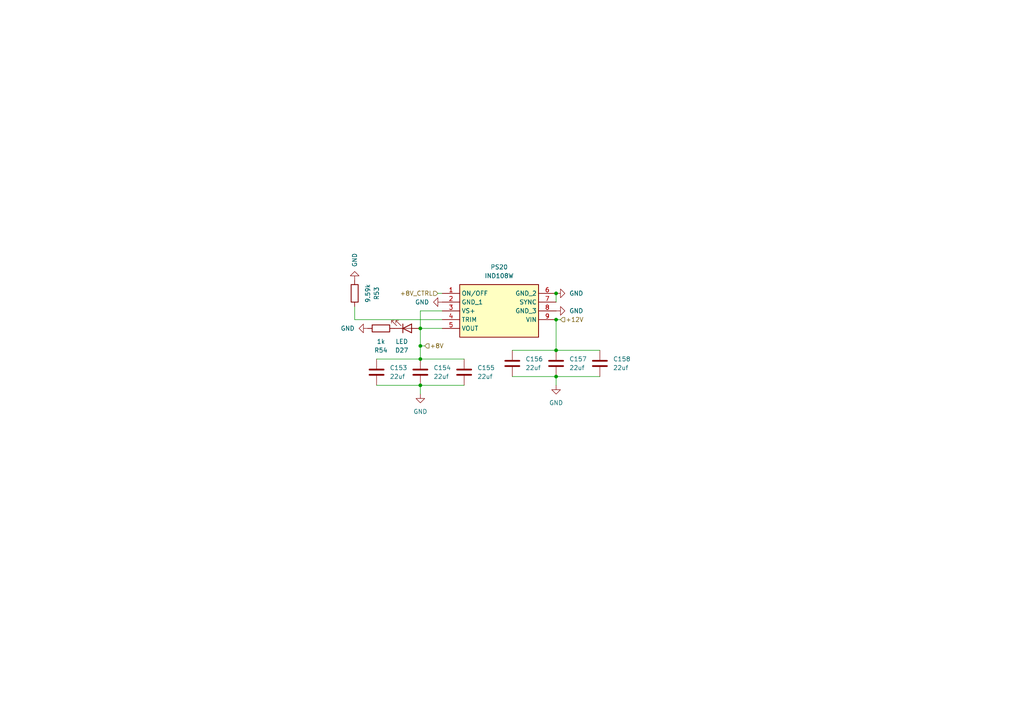
<source format=kicad_sch>
(kicad_sch
	(version 20231120)
	(generator "eeschema")
	(generator_version "8.0")
	(uuid "ae9fc398-c761-4452-a50c-7bf6b27431ba")
	(paper "A4")
	(lib_symbols
		(symbol "BCRL_power_supply:IND108W"
			(exclude_from_sim no)
			(in_bom yes)
			(on_board yes)
			(property "Reference" "PS"
				(at 29.21 7.62 0)
				(effects
					(font
						(size 1.27 1.27)
					)
					(justify left top)
				)
			)
			(property "Value" "IND108W"
				(at 29.21 5.08 0)
				(effects
					(font
						(size 1.27 1.27)
					)
					(justify left top)
				)
			)
			(property "Footprint" "IND108W"
				(at 29.21 -94.92 0)
				(effects
					(font
						(size 1.27 1.27)
					)
					(justify left top)
					(hide yes)
				)
			)
			(property "Datasheet" "https://www.omnionpower.com/assets/pdfs/windchill/data-sheet/ind108w_ds.pdf?nocache=1710831926"
				(at 29.21 -194.92 0)
				(effects
					(font
						(size 1.27 1.27)
					)
					(justify left top)
					(hide yes)
				)
			)
			(property "Description" "Non-Isolated DC/DC Converters 12Vin 3-9V 108W 12A Neg Log SMT 33 mm x 13.46 mm x 10 mm"
				(at 0 0 0)
				(effects
					(font
						(size 1.27 1.27)
					)
					(hide yes)
				)
			)
			(property "Height" "10"
				(at 29.21 -394.92 0)
				(effects
					(font
						(size 1.27 1.27)
					)
					(justify left top)
					(hide yes)
				)
			)
			(property "Manufacturer_Name" "OmniOn Power"
				(at 29.21 -494.92 0)
				(effects
					(font
						(size 1.27 1.27)
					)
					(justify left top)
					(hide yes)
				)
			)
			(property "Manufacturer_Part_Number" "IND108W"
				(at 29.21 -594.92 0)
				(effects
					(font
						(size 1.27 1.27)
					)
					(justify left top)
					(hide yes)
				)
			)
			(property "Mouser Part Number" ""
				(at 29.21 -694.92 0)
				(effects
					(font
						(size 1.27 1.27)
					)
					(justify left top)
					(hide yes)
				)
			)
			(property "Mouser Price/Stock" ""
				(at 29.21 -794.92 0)
				(effects
					(font
						(size 1.27 1.27)
					)
					(justify left top)
					(hide yes)
				)
			)
			(property "Arrow Part Number" ""
				(at 29.21 -894.92 0)
				(effects
					(font
						(size 1.27 1.27)
					)
					(justify left top)
					(hide yes)
				)
			)
			(property "Arrow Price/Stock" ""
				(at 29.21 -994.92 0)
				(effects
					(font
						(size 1.27 1.27)
					)
					(justify left top)
					(hide yes)
				)
			)
			(symbol "IND108W_1_1"
				(rectangle
					(start 5.08 2.54)
					(end 27.94 -12.7)
					(stroke
						(width 0.254)
						(type default)
					)
					(fill
						(type background)
					)
				)
				(pin passive line
					(at 0 0 0)
					(length 5.08)
					(name "ON/OFF"
						(effects
							(font
								(size 1.27 1.27)
							)
						)
					)
					(number "1"
						(effects
							(font
								(size 1.27 1.27)
							)
						)
					)
				)
				(pin passive line
					(at 0 -2.54 0)
					(length 5.08)
					(name "GND_1"
						(effects
							(font
								(size 1.27 1.27)
							)
						)
					)
					(number "2"
						(effects
							(font
								(size 1.27 1.27)
							)
						)
					)
				)
				(pin passive line
					(at 0 -5.08 0)
					(length 5.08)
					(name "VS+"
						(effects
							(font
								(size 1.27 1.27)
							)
						)
					)
					(number "3"
						(effects
							(font
								(size 1.27 1.27)
							)
						)
					)
				)
				(pin passive line
					(at 0 -7.62 0)
					(length 5.08)
					(name "TRIM"
						(effects
							(font
								(size 1.27 1.27)
							)
						)
					)
					(number "4"
						(effects
							(font
								(size 1.27 1.27)
							)
						)
					)
				)
				(pin passive line
					(at 0 -10.16 0)
					(length 5.08)
					(name "VOUT"
						(effects
							(font
								(size 1.27 1.27)
							)
						)
					)
					(number "5"
						(effects
							(font
								(size 1.27 1.27)
							)
						)
					)
				)
				(pin passive line
					(at 33.02 0 180)
					(length 5.08)
					(name "GND_2"
						(effects
							(font
								(size 1.27 1.27)
							)
						)
					)
					(number "6"
						(effects
							(font
								(size 1.27 1.27)
							)
						)
					)
				)
				(pin passive line
					(at 33.02 -2.54 180)
					(length 5.08)
					(name "SYNC"
						(effects
							(font
								(size 1.27 1.27)
							)
						)
					)
					(number "7"
						(effects
							(font
								(size 1.27 1.27)
							)
						)
					)
				)
				(pin passive line
					(at 33.02 -5.08 180)
					(length 5.08)
					(name "GND_3"
						(effects
							(font
								(size 1.27 1.27)
							)
						)
					)
					(number "8"
						(effects
							(font
								(size 1.27 1.27)
							)
						)
					)
				)
				(pin passive line
					(at 33.02 -7.62 180)
					(length 5.08)
					(name "VIN"
						(effects
							(font
								(size 1.27 1.27)
							)
						)
					)
					(number "9"
						(effects
							(font
								(size 1.27 1.27)
							)
						)
					)
				)
			)
		)
		(symbol "Device:C"
			(pin_numbers hide)
			(pin_names
				(offset 0.254)
			)
			(exclude_from_sim no)
			(in_bom yes)
			(on_board yes)
			(property "Reference" "C"
				(at 0.635 2.54 0)
				(effects
					(font
						(size 1.27 1.27)
					)
					(justify left)
				)
			)
			(property "Value" "C"
				(at 0.635 -2.54 0)
				(effects
					(font
						(size 1.27 1.27)
					)
					(justify left)
				)
			)
			(property "Footprint" ""
				(at 0.9652 -3.81 0)
				(effects
					(font
						(size 1.27 1.27)
					)
					(hide yes)
				)
			)
			(property "Datasheet" "~"
				(at 0 0 0)
				(effects
					(font
						(size 1.27 1.27)
					)
					(hide yes)
				)
			)
			(property "Description" "Unpolarized capacitor"
				(at 0 0 0)
				(effects
					(font
						(size 1.27 1.27)
					)
					(hide yes)
				)
			)
			(property "ki_keywords" "cap capacitor"
				(at 0 0 0)
				(effects
					(font
						(size 1.27 1.27)
					)
					(hide yes)
				)
			)
			(property "ki_fp_filters" "C_*"
				(at 0 0 0)
				(effects
					(font
						(size 1.27 1.27)
					)
					(hide yes)
				)
			)
			(symbol "C_0_1"
				(polyline
					(pts
						(xy -2.032 -0.762) (xy 2.032 -0.762)
					)
					(stroke
						(width 0.508)
						(type default)
					)
					(fill
						(type none)
					)
				)
				(polyline
					(pts
						(xy -2.032 0.762) (xy 2.032 0.762)
					)
					(stroke
						(width 0.508)
						(type default)
					)
					(fill
						(type none)
					)
				)
			)
			(symbol "C_1_1"
				(pin passive line
					(at 0 3.81 270)
					(length 2.794)
					(name "~"
						(effects
							(font
								(size 1.27 1.27)
							)
						)
					)
					(number "1"
						(effects
							(font
								(size 1.27 1.27)
							)
						)
					)
				)
				(pin passive line
					(at 0 -3.81 90)
					(length 2.794)
					(name "~"
						(effects
							(font
								(size 1.27 1.27)
							)
						)
					)
					(number "2"
						(effects
							(font
								(size 1.27 1.27)
							)
						)
					)
				)
			)
		)
		(symbol "Device:LED"
			(pin_numbers hide)
			(pin_names
				(offset 1.016) hide)
			(exclude_from_sim no)
			(in_bom yes)
			(on_board yes)
			(property "Reference" "D"
				(at 0 2.54 0)
				(effects
					(font
						(size 1.27 1.27)
					)
				)
			)
			(property "Value" "LED"
				(at 0 -2.54 0)
				(effects
					(font
						(size 1.27 1.27)
					)
				)
			)
			(property "Footprint" ""
				(at 0 0 0)
				(effects
					(font
						(size 1.27 1.27)
					)
					(hide yes)
				)
			)
			(property "Datasheet" "~"
				(at 0 0 0)
				(effects
					(font
						(size 1.27 1.27)
					)
					(hide yes)
				)
			)
			(property "Description" "Light emitting diode"
				(at 0 0 0)
				(effects
					(font
						(size 1.27 1.27)
					)
					(hide yes)
				)
			)
			(property "ki_keywords" "LED diode"
				(at 0 0 0)
				(effects
					(font
						(size 1.27 1.27)
					)
					(hide yes)
				)
			)
			(property "ki_fp_filters" "LED* LED_SMD:* LED_THT:*"
				(at 0 0 0)
				(effects
					(font
						(size 1.27 1.27)
					)
					(hide yes)
				)
			)
			(symbol "LED_0_1"
				(polyline
					(pts
						(xy -1.27 -1.27) (xy -1.27 1.27)
					)
					(stroke
						(width 0.254)
						(type default)
					)
					(fill
						(type none)
					)
				)
				(polyline
					(pts
						(xy -1.27 0) (xy 1.27 0)
					)
					(stroke
						(width 0)
						(type default)
					)
					(fill
						(type none)
					)
				)
				(polyline
					(pts
						(xy 1.27 -1.27) (xy 1.27 1.27) (xy -1.27 0) (xy 1.27 -1.27)
					)
					(stroke
						(width 0.254)
						(type default)
					)
					(fill
						(type none)
					)
				)
				(polyline
					(pts
						(xy -3.048 -0.762) (xy -4.572 -2.286) (xy -3.81 -2.286) (xy -4.572 -2.286) (xy -4.572 -1.524)
					)
					(stroke
						(width 0)
						(type default)
					)
					(fill
						(type none)
					)
				)
				(polyline
					(pts
						(xy -1.778 -0.762) (xy -3.302 -2.286) (xy -2.54 -2.286) (xy -3.302 -2.286) (xy -3.302 -1.524)
					)
					(stroke
						(width 0)
						(type default)
					)
					(fill
						(type none)
					)
				)
			)
			(symbol "LED_1_1"
				(pin passive line
					(at -3.81 0 0)
					(length 2.54)
					(name "K"
						(effects
							(font
								(size 1.27 1.27)
							)
						)
					)
					(number "1"
						(effects
							(font
								(size 1.27 1.27)
							)
						)
					)
				)
				(pin passive line
					(at 3.81 0 180)
					(length 2.54)
					(name "A"
						(effects
							(font
								(size 1.27 1.27)
							)
						)
					)
					(number "2"
						(effects
							(font
								(size 1.27 1.27)
							)
						)
					)
				)
			)
		)
		(symbol "Device:R"
			(pin_numbers hide)
			(pin_names
				(offset 0)
			)
			(exclude_from_sim no)
			(in_bom yes)
			(on_board yes)
			(property "Reference" "R"
				(at 2.032 0 90)
				(effects
					(font
						(size 1.27 1.27)
					)
				)
			)
			(property "Value" "R"
				(at 0 0 90)
				(effects
					(font
						(size 1.27 1.27)
					)
				)
			)
			(property "Footprint" ""
				(at -1.778 0 90)
				(effects
					(font
						(size 1.27 1.27)
					)
					(hide yes)
				)
			)
			(property "Datasheet" "~"
				(at 0 0 0)
				(effects
					(font
						(size 1.27 1.27)
					)
					(hide yes)
				)
			)
			(property "Description" "Resistor"
				(at 0 0 0)
				(effects
					(font
						(size 1.27 1.27)
					)
					(hide yes)
				)
			)
			(property "ki_keywords" "R res resistor"
				(at 0 0 0)
				(effects
					(font
						(size 1.27 1.27)
					)
					(hide yes)
				)
			)
			(property "ki_fp_filters" "R_*"
				(at 0 0 0)
				(effects
					(font
						(size 1.27 1.27)
					)
					(hide yes)
				)
			)
			(symbol "R_0_1"
				(rectangle
					(start -1.016 -2.54)
					(end 1.016 2.54)
					(stroke
						(width 0.254)
						(type default)
					)
					(fill
						(type none)
					)
				)
			)
			(symbol "R_1_1"
				(pin passive line
					(at 0 3.81 270)
					(length 1.27)
					(name "~"
						(effects
							(font
								(size 1.27 1.27)
							)
						)
					)
					(number "1"
						(effects
							(font
								(size 1.27 1.27)
							)
						)
					)
				)
				(pin passive line
					(at 0 -3.81 90)
					(length 1.27)
					(name "~"
						(effects
							(font
								(size 1.27 1.27)
							)
						)
					)
					(number "2"
						(effects
							(font
								(size 1.27 1.27)
							)
						)
					)
				)
			)
		)
		(symbol "power:GND"
			(power)
			(pin_names
				(offset 0)
			)
			(exclude_from_sim no)
			(in_bom yes)
			(on_board yes)
			(property "Reference" "#PWR"
				(at 0 -6.35 0)
				(effects
					(font
						(size 1.27 1.27)
					)
					(hide yes)
				)
			)
			(property "Value" "GND"
				(at 0 -3.81 0)
				(effects
					(font
						(size 1.27 1.27)
					)
				)
			)
			(property "Footprint" ""
				(at 0 0 0)
				(effects
					(font
						(size 1.27 1.27)
					)
					(hide yes)
				)
			)
			(property "Datasheet" ""
				(at 0 0 0)
				(effects
					(font
						(size 1.27 1.27)
					)
					(hide yes)
				)
			)
			(property "Description" "Power symbol creates a global label with name \"GND\" , ground"
				(at 0 0 0)
				(effects
					(font
						(size 1.27 1.27)
					)
					(hide yes)
				)
			)
			(property "ki_keywords" "global power"
				(at 0 0 0)
				(effects
					(font
						(size 1.27 1.27)
					)
					(hide yes)
				)
			)
			(symbol "GND_0_1"
				(polyline
					(pts
						(xy 0 0) (xy 0 -1.27) (xy 1.27 -1.27) (xy 0 -2.54) (xy -1.27 -1.27) (xy 0 -1.27)
					)
					(stroke
						(width 0)
						(type default)
					)
					(fill
						(type none)
					)
				)
			)
			(symbol "GND_1_1"
				(pin power_in line
					(at 0 0 270)
					(length 0) hide
					(name "GND"
						(effects
							(font
								(size 1.27 1.27)
							)
						)
					)
					(number "1"
						(effects
							(font
								(size 1.27 1.27)
							)
						)
					)
				)
			)
		)
	)
	(junction
		(at 121.92 95.25)
		(diameter 0)
		(color 0 0 0 0)
		(uuid "0c6a5a0f-f05f-4813-bae9-48dd6327801f")
	)
	(junction
		(at 161.29 101.6)
		(diameter 0)
		(color 0 0 0 0)
		(uuid "32cf0716-934b-453c-9209-25d60fa36310")
	)
	(junction
		(at 161.29 92.71)
		(diameter 0)
		(color 0 0 0 0)
		(uuid "3f8d53ed-1624-4842-b3bd-2e3ba329527e")
	)
	(junction
		(at 161.29 85.09)
		(diameter 0)
		(color 0 0 0 0)
		(uuid "444418b7-99fd-47d2-9bd7-dba7fdd6729c")
	)
	(junction
		(at 121.92 104.14)
		(diameter 0)
		(color 0 0 0 0)
		(uuid "6a283d0b-b1e2-47a8-babb-e64ef0c8413a")
	)
	(junction
		(at 121.92 100.33)
		(diameter 0)
		(color 0 0 0 0)
		(uuid "8d580f44-b87a-45de-b6c9-1675d4b68c61")
	)
	(junction
		(at 121.92 111.76)
		(diameter 0)
		(color 0 0 0 0)
		(uuid "9578b46f-dbd0-42c3-836e-c3dff17f5ef8")
	)
	(junction
		(at 161.29 109.22)
		(diameter 0)
		(color 0 0 0 0)
		(uuid "f7a8aab1-e40d-4c8d-ac46-be8e50a45478")
	)
	(wire
		(pts
			(xy 121.92 95.25) (xy 121.92 100.33)
		)
		(stroke
			(width 0)
			(type default)
		)
		(uuid "05ab3023-d640-4ffe-9253-a75da737cab7")
	)
	(wire
		(pts
			(xy 123.19 100.33) (xy 121.92 100.33)
		)
		(stroke
			(width 0)
			(type default)
		)
		(uuid "11ea6a3d-78ae-435a-be17-2fe92fa64570")
	)
	(wire
		(pts
			(xy 161.29 109.22) (xy 161.29 111.76)
		)
		(stroke
			(width 0)
			(type default)
		)
		(uuid "1471b3e5-77fe-42df-8ac0-e61949b28ce4")
	)
	(wire
		(pts
			(xy 161.29 85.09) (xy 161.29 87.63)
		)
		(stroke
			(width 0)
			(type default)
		)
		(uuid "1d95714e-0bc4-4c3d-b507-42c2f6e1b6e5")
	)
	(wire
		(pts
			(xy 161.29 109.22) (xy 173.99 109.22)
		)
		(stroke
			(width 0)
			(type default)
		)
		(uuid "36414445-12bb-4b5d-aed4-ff1b0d5efd93")
	)
	(wire
		(pts
			(xy 161.29 101.6) (xy 173.99 101.6)
		)
		(stroke
			(width 0)
			(type default)
		)
		(uuid "3a5776a3-46db-467d-b037-8234b149df1c")
	)
	(wire
		(pts
			(xy 161.29 92.71) (xy 162.56 92.71)
		)
		(stroke
			(width 0)
			(type default)
		)
		(uuid "3c53d118-6288-46f4-aa02-9463eec83ad1")
	)
	(wire
		(pts
			(xy 109.22 104.14) (xy 121.92 104.14)
		)
		(stroke
			(width 0)
			(type default)
		)
		(uuid "44e67692-6a2f-4f44-af47-a6f5dac19a2a")
	)
	(wire
		(pts
			(xy 121.92 111.76) (xy 134.62 111.76)
		)
		(stroke
			(width 0)
			(type default)
		)
		(uuid "5f29e92a-33de-4a1a-9ab0-7e0088fa1b9f")
	)
	(wire
		(pts
			(xy 121.92 111.76) (xy 121.92 114.3)
		)
		(stroke
			(width 0)
			(type default)
		)
		(uuid "6b5ab5df-a741-4f61-8ba3-98a6990c9ddd")
	)
	(wire
		(pts
			(xy 121.92 104.14) (xy 134.62 104.14)
		)
		(stroke
			(width 0)
			(type default)
		)
		(uuid "709c2ce4-1304-4e5d-9da3-ed7d3c7aca57")
	)
	(wire
		(pts
			(xy 102.87 92.71) (xy 128.27 92.71)
		)
		(stroke
			(width 0)
			(type default)
		)
		(uuid "70dfc4cf-2c79-4e69-86c6-8011627c24a0")
	)
	(wire
		(pts
			(xy 102.87 88.9) (xy 102.87 92.71)
		)
		(stroke
			(width 0)
			(type default)
		)
		(uuid "aee08c38-def1-4b09-b2ef-45d059e4f209")
	)
	(wire
		(pts
			(xy 127 85.09) (xy 128.27 85.09)
		)
		(stroke
			(width 0)
			(type default)
		)
		(uuid "b207ecc2-f801-4b60-b338-e96c4c7d7659")
	)
	(wire
		(pts
			(xy 161.29 92.71) (xy 161.29 101.6)
		)
		(stroke
			(width 0)
			(type default)
		)
		(uuid "b37b2321-70f4-4a2d-8be7-adbad0c9415a")
	)
	(wire
		(pts
			(xy 128.27 90.17) (xy 121.92 90.17)
		)
		(stroke
			(width 0)
			(type default)
		)
		(uuid "b7d71177-6d03-45be-a219-281cbcfb0562")
	)
	(wire
		(pts
			(xy 109.22 111.76) (xy 121.92 111.76)
		)
		(stroke
			(width 0)
			(type default)
		)
		(uuid "d87022c7-19f8-4e57-88b0-c27dafd3925d")
	)
	(wire
		(pts
			(xy 121.92 90.17) (xy 121.92 95.25)
		)
		(stroke
			(width 0)
			(type default)
		)
		(uuid "dd5402a7-b4a3-461d-8144-577236566710")
	)
	(wire
		(pts
			(xy 148.59 101.6) (xy 161.29 101.6)
		)
		(stroke
			(width 0)
			(type default)
		)
		(uuid "e0bdede0-ce34-4429-8de9-fa809a7d4509")
	)
	(wire
		(pts
			(xy 121.92 95.25) (xy 128.27 95.25)
		)
		(stroke
			(width 0)
			(type default)
		)
		(uuid "e6988a20-8a07-41d0-8146-b68a68b72e31")
	)
	(wire
		(pts
			(xy 148.59 109.22) (xy 161.29 109.22)
		)
		(stroke
			(width 0)
			(type default)
		)
		(uuid "f6f70ff5-358b-4959-b0fa-de387992afc8")
	)
	(wire
		(pts
			(xy 121.92 100.33) (xy 121.92 104.14)
		)
		(stroke
			(width 0)
			(type default)
		)
		(uuid "f93cce1a-fed4-4751-9ae3-4ea1dc1be730")
	)
	(hierarchical_label "+12V"
		(shape input)
		(at 162.56 92.71 0)
		(fields_autoplaced yes)
		(effects
			(font
				(size 1.27 1.27)
			)
			(justify left)
		)
		(uuid "1d1c6a97-270b-4c6f-affd-42b3f9ce8b26")
	)
	(hierarchical_label "+8V"
		(shape input)
		(at 123.19 100.33 0)
		(fields_autoplaced yes)
		(effects
			(font
				(size 1.27 1.27)
			)
			(justify left)
		)
		(uuid "34cb273f-e547-4f0c-ac2d-414374bebc70")
	)
	(hierarchical_label "+8V_CTRL"
		(shape input)
		(at 127 85.09 180)
		(fields_autoplaced yes)
		(effects
			(font
				(size 1.27 1.27)
			)
			(justify right)
		)
		(uuid "a418d199-8d3c-497e-b301-b8eb054aa9d2")
	)
	(symbol
		(lib_id "Device:C")
		(at 121.92 107.95 0)
		(unit 1)
		(exclude_from_sim no)
		(in_bom yes)
		(on_board yes)
		(dnp no)
		(fields_autoplaced yes)
		(uuid "00101963-f79c-42fd-bc38-0c2af8cbca3c")
		(property "Reference" "C154"
			(at 125.73 106.6799 0)
			(effects
				(font
					(size 1.27 1.27)
				)
				(justify left)
			)
		)
		(property "Value" "22uf"
			(at 125.73 109.2199 0)
			(effects
				(font
					(size 1.27 1.27)
				)
				(justify left)
			)
		)
		(property "Footprint" "Capacitor_SMD:C_0603_1608Metric"
			(at 122.8852 111.76 0)
			(effects
				(font
					(size 1.27 1.27)
				)
				(hide yes)
			)
		)
		(property "Datasheet" "~"
			(at 121.92 107.95 0)
			(effects
				(font
					(size 1.27 1.27)
				)
				(hide yes)
			)
		)
		(property "Description" ""
			(at 121.92 107.95 0)
			(effects
				(font
					(size 1.27 1.27)
				)
				(hide yes)
			)
		)
		(property "LCSC" ""
			(at 121.92 107.95 0)
			(effects
				(font
					(size 1.27 1.27)
				)
				(hide yes)
			)
		)
		(property "SNAPEDA_PN" ""
			(at 121.92 107.95 0)
			(effects
				(font
					(size 1.27 1.27)
				)
				(hide yes)
			)
		)
		(pin "1"
			(uuid "21ca67bf-8f32-4a66-8b81-d7ad31fd1aec")
		)
		(pin "2"
			(uuid "5d52d5c5-a6f2-44c2-8df3-f259ee398943")
		)
		(instances
			(project "bcrl_power_supply"
				(path "/77f0f57c-9586-4625-9281-fa8cbd8015db/94fee228-5462-46f6-ad6c-1e47c0f1b343/c07688cf-de25-4d49-bd75-d6af61374a07"
					(reference "C154")
					(unit 1)
				)
				(path "/77f0f57c-9586-4625-9281-fa8cbd8015db/94fee228-5462-46f6-ad6c-1e47c0f1b343/db6c32bf-58d8-4a18-acc2-3e047a745caa"
					(reference "C8")
					(unit 1)
				)
				(path "/77f0f57c-9586-4625-9281-fa8cbd8015db/94fee228-5462-46f6-ad6c-1e47c0f1b343/d6620691-1609-4ee8-9c2e-7d011fc7c1c7"
					(reference "C14")
					(unit 1)
				)
				(path "/77f0f57c-9586-4625-9281-fa8cbd8015db/94fee228-5462-46f6-ad6c-1e47c0f1b343/35735652-41f9-40c2-999e-f40531ec697d"
					(reference "C20")
					(unit 1)
				)
				(path "/77f0f57c-9586-4625-9281-fa8cbd8015db/86d69f20-72a8-480c-899a-1cc522974f16/2307144c-2371-467e-ae9f-d6e6fb6efd6e"
					(reference "C26")
					(unit 1)
				)
				(path "/77f0f57c-9586-4625-9281-fa8cbd8015db/86d69f20-72a8-480c-899a-1cc522974f16/3654604d-c4fd-4fa0-8e17-f710bb28f6f5"
					(reference "C32")
					(unit 1)
				)
				(path "/77f0f57c-9586-4625-9281-fa8cbd8015db/86d69f20-72a8-480c-899a-1cc522974f16/a60a981a-79ab-4865-afeb-9bc8b41f32c6"
					(reference "C38")
					(unit 1)
				)
				(path "/77f0f57c-9586-4625-9281-fa8cbd8015db/86d69f20-72a8-480c-899a-1cc522974f16/d0c539f4-7425-4a31-a7a5-2a043c663edc"
					(reference "C146")
					(unit 1)
				)
			)
		)
	)
	(symbol
		(lib_id "Device:C")
		(at 134.62 107.95 0)
		(unit 1)
		(exclude_from_sim no)
		(in_bom yes)
		(on_board yes)
		(dnp no)
		(fields_autoplaced yes)
		(uuid "07fc0b65-bcd5-480f-915b-157a0b176f60")
		(property "Reference" "C155"
			(at 138.43 106.6799 0)
			(effects
				(font
					(size 1.27 1.27)
				)
				(justify left)
			)
		)
		(property "Value" "22uf"
			(at 138.43 109.2199 0)
			(effects
				(font
					(size 1.27 1.27)
				)
				(justify left)
			)
		)
		(property "Footprint" "Capacitor_SMD:C_0603_1608Metric"
			(at 135.5852 111.76 0)
			(effects
				(font
					(size 1.27 1.27)
				)
				(hide yes)
			)
		)
		(property "Datasheet" "~"
			(at 134.62 107.95 0)
			(effects
				(font
					(size 1.27 1.27)
				)
				(hide yes)
			)
		)
		(property "Description" ""
			(at 134.62 107.95 0)
			(effects
				(font
					(size 1.27 1.27)
				)
				(hide yes)
			)
		)
		(property "LCSC" ""
			(at 134.62 107.95 0)
			(effects
				(font
					(size 1.27 1.27)
				)
				(hide yes)
			)
		)
		(property "SNAPEDA_PN" ""
			(at 134.62 107.95 0)
			(effects
				(font
					(size 1.27 1.27)
				)
				(hide yes)
			)
		)
		(pin "1"
			(uuid "94c570d1-cc8f-4836-a643-ec418fdc23b7")
		)
		(pin "2"
			(uuid "9eb60242-81f9-4229-b588-8c07c6fac1d5")
		)
		(instances
			(project "bcrl_power_supply"
				(path "/77f0f57c-9586-4625-9281-fa8cbd8015db/94fee228-5462-46f6-ad6c-1e47c0f1b343/c07688cf-de25-4d49-bd75-d6af61374a07"
					(reference "C155")
					(unit 1)
				)
				(path "/77f0f57c-9586-4625-9281-fa8cbd8015db/94fee228-5462-46f6-ad6c-1e47c0f1b343/db6c32bf-58d8-4a18-acc2-3e047a745caa"
					(reference "C9")
					(unit 1)
				)
				(path "/77f0f57c-9586-4625-9281-fa8cbd8015db/94fee228-5462-46f6-ad6c-1e47c0f1b343/d6620691-1609-4ee8-9c2e-7d011fc7c1c7"
					(reference "C15")
					(unit 1)
				)
				(path "/77f0f57c-9586-4625-9281-fa8cbd8015db/94fee228-5462-46f6-ad6c-1e47c0f1b343/35735652-41f9-40c2-999e-f40531ec697d"
					(reference "C21")
					(unit 1)
				)
				(path "/77f0f57c-9586-4625-9281-fa8cbd8015db/86d69f20-72a8-480c-899a-1cc522974f16/2307144c-2371-467e-ae9f-d6e6fb6efd6e"
					(reference "C27")
					(unit 1)
				)
				(path "/77f0f57c-9586-4625-9281-fa8cbd8015db/86d69f20-72a8-480c-899a-1cc522974f16/3654604d-c4fd-4fa0-8e17-f710bb28f6f5"
					(reference "C33")
					(unit 1)
				)
				(path "/77f0f57c-9586-4625-9281-fa8cbd8015db/86d69f20-72a8-480c-899a-1cc522974f16/a60a981a-79ab-4865-afeb-9bc8b41f32c6"
					(reference "C141")
					(unit 1)
				)
				(path "/77f0f57c-9586-4625-9281-fa8cbd8015db/86d69f20-72a8-480c-899a-1cc522974f16/d0c539f4-7425-4a31-a7a5-2a043c663edc"
					(reference "C147")
					(unit 1)
				)
			)
		)
	)
	(symbol
		(lib_id "Device:R")
		(at 110.49 95.25 90)
		(mirror x)
		(unit 1)
		(exclude_from_sim no)
		(in_bom yes)
		(on_board yes)
		(dnp no)
		(fields_autoplaced yes)
		(uuid "1df330d7-9faf-4e62-a38c-3eb3471bed47")
		(property "Reference" "R54"
			(at 110.49 101.6 90)
			(effects
				(font
					(size 1.27 1.27)
				)
			)
		)
		(property "Value" "1k"
			(at 110.49 99.06 90)
			(effects
				(font
					(size 1.27 1.27)
				)
			)
		)
		(property "Footprint" "Resistor_SMD:R_0603_1608Metric"
			(at 110.49 93.472 90)
			(effects
				(font
					(size 1.27 1.27)
				)
				(hide yes)
			)
		)
		(property "Datasheet" "~"
			(at 110.49 95.25 0)
			(effects
				(font
					(size 1.27 1.27)
				)
				(hide yes)
			)
		)
		(property "Description" ""
			(at 110.49 95.25 0)
			(effects
				(font
					(size 1.27 1.27)
				)
				(hide yes)
			)
		)
		(property "LCSC" ""
			(at 110.49 95.25 0)
			(effects
				(font
					(size 1.27 1.27)
				)
				(hide yes)
			)
		)
		(property "SNAPEDA_PN" ""
			(at 110.49 95.25 0)
			(effects
				(font
					(size 1.27 1.27)
				)
				(hide yes)
			)
		)
		(pin "1"
			(uuid "b44801ed-1c20-4a48-94d3-2ec189b325c1")
		)
		(pin "2"
			(uuid "2ac10c91-4d47-4b6e-93e3-255453a66cee")
		)
		(instances
			(project "bcrl_power_supply"
				(path "/77f0f57c-9586-4625-9281-fa8cbd8015db/94fee228-5462-46f6-ad6c-1e47c0f1b343/c07688cf-de25-4d49-bd75-d6af61374a07"
					(reference "R54")
					(unit 1)
				)
				(path "/77f0f57c-9586-4625-9281-fa8cbd8015db/94fee228-5462-46f6-ad6c-1e47c0f1b343/db6c32bf-58d8-4a18-acc2-3e047a745caa"
					(reference "R15")
					(unit 1)
				)
				(path "/77f0f57c-9586-4625-9281-fa8cbd8015db/94fee228-5462-46f6-ad6c-1e47c0f1b343/d6620691-1609-4ee8-9c2e-7d011fc7c1c7"
					(reference "R17")
					(unit 1)
				)
				(path "/77f0f57c-9586-4625-9281-fa8cbd8015db/94fee228-5462-46f6-ad6c-1e47c0f1b343/35735652-41f9-40c2-999e-f40531ec697d"
					(reference "R50")
					(unit 1)
				)
				(path "/77f0f57c-9586-4625-9281-fa8cbd8015db/86d69f20-72a8-480c-899a-1cc522974f16/2307144c-2371-467e-ae9f-d6e6fb6efd6e"
					(reference "R52")
					(unit 1)
				)
				(path "/77f0f57c-9586-4625-9281-fa8cbd8015db/86d69f20-72a8-480c-899a-1cc522974f16/3654604d-c4fd-4fa0-8e17-f710bb28f6f5"
					(reference "R60")
					(unit 1)
				)
				(path "/77f0f57c-9586-4625-9281-fa8cbd8015db/86d69f20-72a8-480c-899a-1cc522974f16/a60a981a-79ab-4865-afeb-9bc8b41f32c6"
					(reference "R64")
					(unit 1)
				)
				(path "/77f0f57c-9586-4625-9281-fa8cbd8015db/86d69f20-72a8-480c-899a-1cc522974f16/d0c539f4-7425-4a31-a7a5-2a043c663edc"
					(reference "R66")
					(unit 1)
				)
			)
		)
	)
	(symbol
		(lib_id "BCRL_power_supply:IND108W")
		(at 128.27 85.09 0)
		(unit 1)
		(exclude_from_sim no)
		(in_bom yes)
		(on_board yes)
		(dnp no)
		(fields_autoplaced yes)
		(uuid "38342f5c-04f0-4ba0-a3d8-23747c4844bf")
		(property "Reference" "PS20"
			(at 144.78 77.47 0)
			(effects
				(font
					(size 1.27 1.27)
				)
			)
		)
		(property "Value" "IND108W"
			(at 144.78 80.01 0)
			(effects
				(font
					(size 1.27 1.27)
				)
			)
		)
		(property "Footprint" "IND108W"
			(at 157.48 180.01 0)
			(effects
				(font
					(size 1.27 1.27)
				)
				(justify left top)
				(hide yes)
			)
		)
		(property "Datasheet" "https://www.omnionpower.com/assets/pdfs/windchill/data-sheet/ind108w_ds.pdf?nocache=1710831926"
			(at 157.48 280.01 0)
			(effects
				(font
					(size 1.27 1.27)
				)
				(justify left top)
				(hide yes)
			)
		)
		(property "Description" "Non-Isolated DC/DC Converters 12Vin 3-9V 108W 12A Neg Log SMT 33 mm x 13.46 mm x 10 mm"
			(at 128.27 85.09 0)
			(effects
				(font
					(size 1.27 1.27)
				)
				(hide yes)
			)
		)
		(property "Height" "10"
			(at 157.48 480.01 0)
			(effects
				(font
					(size 1.27 1.27)
				)
				(justify left top)
				(hide yes)
			)
		)
		(property "Manufacturer_Name" "OmniOn Power"
			(at 157.48 580.01 0)
			(effects
				(font
					(size 1.27 1.27)
				)
				(justify left top)
				(hide yes)
			)
		)
		(property "Manufacturer_Part_Number" "IND108W"
			(at 157.48 680.01 0)
			(effects
				(font
					(size 1.27 1.27)
				)
				(justify left top)
				(hide yes)
			)
		)
		(property "Mouser Part Number" ""
			(at 157.48 780.01 0)
			(effects
				(font
					(size 1.27 1.27)
				)
				(justify left top)
				(hide yes)
			)
		)
		(property "Mouser Price/Stock" ""
			(at 157.48 880.01 0)
			(effects
				(font
					(size 1.27 1.27)
				)
				(justify left top)
				(hide yes)
			)
		)
		(property "Arrow Part Number" ""
			(at 157.48 980.01 0)
			(effects
				(font
					(size 1.27 1.27)
				)
				(justify left top)
				(hide yes)
			)
		)
		(property "Arrow Price/Stock" ""
			(at 157.48 1080.01 0)
			(effects
				(font
					(size 1.27 1.27)
				)
				(justify left top)
				(hide yes)
			)
		)
		(property "SNAPEDA_PN" ""
			(at 128.27 85.09 0)
			(effects
				(font
					(size 1.27 1.27)
				)
				(hide yes)
			)
		)
		(pin "5"
			(uuid "7e9d7136-1272-41cf-8f2d-08d9c66db8cd")
		)
		(pin "3"
			(uuid "aaf5d4eb-be2a-4a01-9be7-5d2e9fbd93fd")
		)
		(pin "8"
			(uuid "848927cb-0c4f-41d4-af56-4bf5f43a6387")
		)
		(pin "2"
			(uuid "d7304e45-9734-44e7-ab48-99d15d3ad774")
		)
		(pin "7"
			(uuid "24d9a765-5751-48c7-828e-a98a797693a8")
		)
		(pin "6"
			(uuid "c276f551-3bf4-4d71-bb6d-f28871919d8a")
		)
		(pin "4"
			(uuid "de1611dc-d812-4cd4-8c75-b55da90ca1e2")
		)
		(pin "9"
			(uuid "8e7c52e5-07ac-445d-82b5-6ef1d2ed9aec")
		)
		(pin "1"
			(uuid "9fdacbab-a697-4dd6-b86c-cdd416e96ca8")
		)
		(instances
			(project "bcrl_power_supply"
				(path "/77f0f57c-9586-4625-9281-fa8cbd8015db/94fee228-5462-46f6-ad6c-1e47c0f1b343/c07688cf-de25-4d49-bd75-d6af61374a07"
					(reference "PS20")
					(unit 1)
				)
				(path "/77f0f57c-9586-4625-9281-fa8cbd8015db/94fee228-5462-46f6-ad6c-1e47c0f1b343/db6c32bf-58d8-4a18-acc2-3e047a745caa"
					(reference "PS1")
					(unit 1)
				)
				(path "/77f0f57c-9586-4625-9281-fa8cbd8015db/94fee228-5462-46f6-ad6c-1e47c0f1b343/d6620691-1609-4ee8-9c2e-7d011fc7c1c7"
					(reference "PS2")
					(unit 1)
				)
				(path "/77f0f57c-9586-4625-9281-fa8cbd8015db/94fee228-5462-46f6-ad6c-1e47c0f1b343/35735652-41f9-40c2-999e-f40531ec697d"
					(reference "PS3")
					(unit 1)
				)
				(path "/77f0f57c-9586-4625-9281-fa8cbd8015db/86d69f20-72a8-480c-899a-1cc522974f16/2307144c-2371-467e-ae9f-d6e6fb6efd6e"
					(reference "PS4")
					(unit 1)
				)
				(path "/77f0f57c-9586-4625-9281-fa8cbd8015db/86d69f20-72a8-480c-899a-1cc522974f16/3654604d-c4fd-4fa0-8e17-f710bb28f6f5"
					(reference "PS18")
					(unit 1)
				)
				(path "/77f0f57c-9586-4625-9281-fa8cbd8015db/86d69f20-72a8-480c-899a-1cc522974f16/a60a981a-79ab-4865-afeb-9bc8b41f32c6"
					(reference "PS19")
					(unit 1)
				)
				(path "/77f0f57c-9586-4625-9281-fa8cbd8015db/86d69f20-72a8-480c-899a-1cc522974f16/d0c539f4-7425-4a31-a7a5-2a043c663edc"
					(reference "PS21")
					(unit 1)
				)
			)
		)
	)
	(symbol
		(lib_id "Device:C")
		(at 161.29 105.41 0)
		(unit 1)
		(exclude_from_sim no)
		(in_bom yes)
		(on_board yes)
		(dnp no)
		(fields_autoplaced yes)
		(uuid "3a690113-2a2e-4e9f-84f1-537c175e3bd4")
		(property "Reference" "C157"
			(at 165.1 104.1399 0)
			(effects
				(font
					(size 1.27 1.27)
				)
				(justify left)
			)
		)
		(property "Value" "22uf"
			(at 165.1 106.6799 0)
			(effects
				(font
					(size 1.27 1.27)
				)
				(justify left)
			)
		)
		(property "Footprint" "Capacitor_SMD:C_0603_1608Metric"
			(at 162.2552 109.22 0)
			(effects
				(font
					(size 1.27 1.27)
				)
				(hide yes)
			)
		)
		(property "Datasheet" "~"
			(at 161.29 105.41 0)
			(effects
				(font
					(size 1.27 1.27)
				)
				(hide yes)
			)
		)
		(property "Description" ""
			(at 161.29 105.41 0)
			(effects
				(font
					(size 1.27 1.27)
				)
				(hide yes)
			)
		)
		(property "LCSC" ""
			(at 161.29 105.41 0)
			(effects
				(font
					(size 1.27 1.27)
				)
				(hide yes)
			)
		)
		(property "SNAPEDA_PN" ""
			(at 161.29 105.41 0)
			(effects
				(font
					(size 1.27 1.27)
				)
				(hide yes)
			)
		)
		(pin "1"
			(uuid "0b667556-c7a5-4fd1-9b6f-969a75817d83")
		)
		(pin "2"
			(uuid "b8e72c36-f0db-434c-8f29-841ba94f88df")
		)
		(instances
			(project "bcrl_power_supply"
				(path "/77f0f57c-9586-4625-9281-fa8cbd8015db/94fee228-5462-46f6-ad6c-1e47c0f1b343/c07688cf-de25-4d49-bd75-d6af61374a07"
					(reference "C157")
					(unit 1)
				)
				(path "/77f0f57c-9586-4625-9281-fa8cbd8015db/94fee228-5462-46f6-ad6c-1e47c0f1b343/db6c32bf-58d8-4a18-acc2-3e047a745caa"
					(reference "C11")
					(unit 1)
				)
				(path "/77f0f57c-9586-4625-9281-fa8cbd8015db/94fee228-5462-46f6-ad6c-1e47c0f1b343/d6620691-1609-4ee8-9c2e-7d011fc7c1c7"
					(reference "C17")
					(unit 1)
				)
				(path "/77f0f57c-9586-4625-9281-fa8cbd8015db/94fee228-5462-46f6-ad6c-1e47c0f1b343/35735652-41f9-40c2-999e-f40531ec697d"
					(reference "C23")
					(unit 1)
				)
				(path "/77f0f57c-9586-4625-9281-fa8cbd8015db/86d69f20-72a8-480c-899a-1cc522974f16/2307144c-2371-467e-ae9f-d6e6fb6efd6e"
					(reference "C29")
					(unit 1)
				)
				(path "/77f0f57c-9586-4625-9281-fa8cbd8015db/86d69f20-72a8-480c-899a-1cc522974f16/3654604d-c4fd-4fa0-8e17-f710bb28f6f5"
					(reference "C35")
					(unit 1)
				)
				(path "/77f0f57c-9586-4625-9281-fa8cbd8015db/86d69f20-72a8-480c-899a-1cc522974f16/a60a981a-79ab-4865-afeb-9bc8b41f32c6"
					(reference "C143")
					(unit 1)
				)
				(path "/77f0f57c-9586-4625-9281-fa8cbd8015db/86d69f20-72a8-480c-899a-1cc522974f16/d0c539f4-7425-4a31-a7a5-2a043c663edc"
					(reference "C149")
					(unit 1)
				)
			)
		)
	)
	(symbol
		(lib_id "power:GND")
		(at 121.92 114.3 0)
		(mirror y)
		(unit 1)
		(exclude_from_sim no)
		(in_bom yes)
		(on_board yes)
		(dnp no)
		(fields_autoplaced yes)
		(uuid "4e4a4610-cab8-4db7-9c1a-b23b1b9c52f6")
		(property "Reference" "#PWR0285"
			(at 121.92 120.65 0)
			(effects
				(font
					(size 1.27 1.27)
				)
				(hide yes)
			)
		)
		(property "Value" "GND"
			(at 121.92 119.38 0)
			(effects
				(font
					(size 1.27 1.27)
				)
			)
		)
		(property "Footprint" ""
			(at 121.92 114.3 0)
			(effects
				(font
					(size 1.27 1.27)
				)
				(hide yes)
			)
		)
		(property "Datasheet" ""
			(at 121.92 114.3 0)
			(effects
				(font
					(size 1.27 1.27)
				)
				(hide yes)
			)
		)
		(property "Description" ""
			(at 121.92 114.3 0)
			(effects
				(font
					(size 1.27 1.27)
				)
				(hide yes)
			)
		)
		(pin "1"
			(uuid "05b18b97-4290-4d23-8c5d-9e333138bb0c")
		)
		(instances
			(project "bcrl_power_supply"
				(path "/77f0f57c-9586-4625-9281-fa8cbd8015db/94fee228-5462-46f6-ad6c-1e47c0f1b343/c07688cf-de25-4d49-bd75-d6af61374a07"
					(reference "#PWR0285")
					(unit 1)
				)
				(path "/77f0f57c-9586-4625-9281-fa8cbd8015db/94fee228-5462-46f6-ad6c-1e47c0f1b343/db6c32bf-58d8-4a18-acc2-3e047a745caa"
					(reference "#PWR067")
					(unit 1)
				)
				(path "/77f0f57c-9586-4625-9281-fa8cbd8015db/94fee228-5462-46f6-ad6c-1e47c0f1b343/d6620691-1609-4ee8-9c2e-7d011fc7c1c7"
					(reference "#PWR074")
					(unit 1)
				)
				(path "/77f0f57c-9586-4625-9281-fa8cbd8015db/94fee228-5462-46f6-ad6c-1e47c0f1b343/35735652-41f9-40c2-999e-f40531ec697d"
					(reference "#PWR0273")
					(unit 1)
				)
				(path "/77f0f57c-9586-4625-9281-fa8cbd8015db/86d69f20-72a8-480c-899a-1cc522974f16/2307144c-2371-467e-ae9f-d6e6fb6efd6e"
					(reference "#PWR0280")
					(unit 1)
				)
				(path "/77f0f57c-9586-4625-9281-fa8cbd8015db/86d69f20-72a8-480c-899a-1cc522974f16/3654604d-c4fd-4fa0-8e17-f710bb28f6f5"
					(reference "#PWR0311")
					(unit 1)
				)
				(path "/77f0f57c-9586-4625-9281-fa8cbd8015db/86d69f20-72a8-480c-899a-1cc522974f16/a60a981a-79ab-4865-afeb-9bc8b41f32c6"
					(reference "#PWR0318")
					(unit 1)
				)
				(path "/77f0f57c-9586-4625-9281-fa8cbd8015db/86d69f20-72a8-480c-899a-1cc522974f16/d0c539f4-7425-4a31-a7a5-2a043c663edc"
					(reference "#PWR0325")
					(unit 1)
				)
			)
		)
	)
	(symbol
		(lib_id "Device:C")
		(at 173.99 105.41 0)
		(unit 1)
		(exclude_from_sim no)
		(in_bom yes)
		(on_board yes)
		(dnp no)
		(fields_autoplaced yes)
		(uuid "4fc01471-9eb6-4070-9cd3-2bdb5dca682c")
		(property "Reference" "C158"
			(at 177.8 104.1399 0)
			(effects
				(font
					(size 1.27 1.27)
				)
				(justify left)
			)
		)
		(property "Value" "22uf"
			(at 177.8 106.6799 0)
			(effects
				(font
					(size 1.27 1.27)
				)
				(justify left)
			)
		)
		(property "Footprint" "Capacitor_SMD:C_0603_1608Metric"
			(at 174.9552 109.22 0)
			(effects
				(font
					(size 1.27 1.27)
				)
				(hide yes)
			)
		)
		(property "Datasheet" "~"
			(at 173.99 105.41 0)
			(effects
				(font
					(size 1.27 1.27)
				)
				(hide yes)
			)
		)
		(property "Description" ""
			(at 173.99 105.41 0)
			(effects
				(font
					(size 1.27 1.27)
				)
				(hide yes)
			)
		)
		(property "LCSC" ""
			(at 173.99 105.41 0)
			(effects
				(font
					(size 1.27 1.27)
				)
				(hide yes)
			)
		)
		(property "SNAPEDA_PN" ""
			(at 173.99 105.41 0)
			(effects
				(font
					(size 1.27 1.27)
				)
				(hide yes)
			)
		)
		(pin "1"
			(uuid "04ca2c13-a5b6-49a5-89e6-43bc33a5d4f2")
		)
		(pin "2"
			(uuid "939f7fa9-6994-4bee-b637-9367fd9ed3c8")
		)
		(instances
			(project "bcrl_power_supply"
				(path "/77f0f57c-9586-4625-9281-fa8cbd8015db/94fee228-5462-46f6-ad6c-1e47c0f1b343/c07688cf-de25-4d49-bd75-d6af61374a07"
					(reference "C158")
					(unit 1)
				)
				(path "/77f0f57c-9586-4625-9281-fa8cbd8015db/94fee228-5462-46f6-ad6c-1e47c0f1b343/db6c32bf-58d8-4a18-acc2-3e047a745caa"
					(reference "C12")
					(unit 1)
				)
				(path "/77f0f57c-9586-4625-9281-fa8cbd8015db/94fee228-5462-46f6-ad6c-1e47c0f1b343/d6620691-1609-4ee8-9c2e-7d011fc7c1c7"
					(reference "C18")
					(unit 1)
				)
				(path "/77f0f57c-9586-4625-9281-fa8cbd8015db/94fee228-5462-46f6-ad6c-1e47c0f1b343/35735652-41f9-40c2-999e-f40531ec697d"
					(reference "C24")
					(unit 1)
				)
				(path "/77f0f57c-9586-4625-9281-fa8cbd8015db/86d69f20-72a8-480c-899a-1cc522974f16/2307144c-2371-467e-ae9f-d6e6fb6efd6e"
					(reference "C30")
					(unit 1)
				)
				(path "/77f0f57c-9586-4625-9281-fa8cbd8015db/86d69f20-72a8-480c-899a-1cc522974f16/3654604d-c4fd-4fa0-8e17-f710bb28f6f5"
					(reference "C36")
					(unit 1)
				)
				(path "/77f0f57c-9586-4625-9281-fa8cbd8015db/86d69f20-72a8-480c-899a-1cc522974f16/a60a981a-79ab-4865-afeb-9bc8b41f32c6"
					(reference "C144")
					(unit 1)
				)
				(path "/77f0f57c-9586-4625-9281-fa8cbd8015db/86d69f20-72a8-480c-899a-1cc522974f16/d0c539f4-7425-4a31-a7a5-2a043c663edc"
					(reference "C150")
					(unit 1)
				)
			)
		)
	)
	(symbol
		(lib_id "Device:LED")
		(at 118.11 95.25 0)
		(mirror x)
		(unit 1)
		(exclude_from_sim no)
		(in_bom yes)
		(on_board yes)
		(dnp no)
		(fields_autoplaced yes)
		(uuid "6040df33-225a-4f00-a900-1c70c563975c")
		(property "Reference" "D27"
			(at 116.5225 101.6 0)
			(effects
				(font
					(size 1.27 1.27)
				)
			)
		)
		(property "Value" "LED"
			(at 116.5225 99.06 0)
			(effects
				(font
					(size 1.27 1.27)
				)
			)
		)
		(property "Footprint" "LED_SMD:LED_0603_1608Metric"
			(at 118.11 95.25 0)
			(effects
				(font
					(size 1.27 1.27)
				)
				(hide yes)
			)
		)
		(property "Datasheet" "~"
			(at 118.11 95.25 0)
			(effects
				(font
					(size 1.27 1.27)
				)
				(hide yes)
			)
		)
		(property "Description" ""
			(at 118.11 95.25 0)
			(effects
				(font
					(size 1.27 1.27)
				)
				(hide yes)
			)
		)
		(property "LCSC" ""
			(at 118.11 95.25 0)
			(effects
				(font
					(size 1.27 1.27)
				)
				(hide yes)
			)
		)
		(property "SNAPEDA_PN" ""
			(at 118.11 95.25 0)
			(effects
				(font
					(size 1.27 1.27)
				)
				(hide yes)
			)
		)
		(pin "2"
			(uuid "9158bdff-96f8-4d0b-96ee-faf1d1e7a54e")
		)
		(pin "1"
			(uuid "64a7397e-3a97-438c-ab6b-31e71c78a856")
		)
		(instances
			(project "bcrl_power_supply"
				(path "/77f0f57c-9586-4625-9281-fa8cbd8015db/94fee228-5462-46f6-ad6c-1e47c0f1b343/c07688cf-de25-4d49-bd75-d6af61374a07"
					(reference "D27")
					(unit 1)
				)
				(path "/77f0f57c-9586-4625-9281-fa8cbd8015db/94fee228-5462-46f6-ad6c-1e47c0f1b343/db6c32bf-58d8-4a18-acc2-3e047a745caa"
					(reference "D25")
					(unit 1)
				)
				(path "/77f0f57c-9586-4625-9281-fa8cbd8015db/94fee228-5462-46f6-ad6c-1e47c0f1b343/d6620691-1609-4ee8-9c2e-7d011fc7c1c7"
					(reference "D26")
					(unit 1)
				)
				(path "/77f0f57c-9586-4625-9281-fa8cbd8015db/94fee228-5462-46f6-ad6c-1e47c0f1b343/35735652-41f9-40c2-999e-f40531ec697d"
					(reference "D28")
					(unit 1)
				)
				(path "/77f0f57c-9586-4625-9281-fa8cbd8015db/86d69f20-72a8-480c-899a-1cc522974f16/2307144c-2371-467e-ae9f-d6e6fb6efd6e"
					(reference "D29")
					(unit 1)
				)
				(path "/77f0f57c-9586-4625-9281-fa8cbd8015db/86d69f20-72a8-480c-899a-1cc522974f16/3654604d-c4fd-4fa0-8e17-f710bb28f6f5"
					(reference "D36")
					(unit 1)
				)
				(path "/77f0f57c-9586-4625-9281-fa8cbd8015db/86d69f20-72a8-480c-899a-1cc522974f16/a60a981a-79ab-4865-afeb-9bc8b41f32c6"
					(reference "D37")
					(unit 1)
				)
				(path "/77f0f57c-9586-4625-9281-fa8cbd8015db/86d69f20-72a8-480c-899a-1cc522974f16/d0c539f4-7425-4a31-a7a5-2a043c663edc"
					(reference "D38")
					(unit 1)
				)
			)
		)
	)
	(symbol
		(lib_id "power:GND")
		(at 161.29 90.17 90)
		(mirror x)
		(unit 1)
		(exclude_from_sim no)
		(in_bom yes)
		(on_board yes)
		(dnp no)
		(fields_autoplaced yes)
		(uuid "632f889f-7903-4340-80e7-53969fbc718a")
		(property "Reference" "#PWR0288"
			(at 167.64 90.17 0)
			(effects
				(font
					(size 1.27 1.27)
				)
				(hide yes)
			)
		)
		(property "Value" "GND"
			(at 165.1 90.1699 90)
			(effects
				(font
					(size 1.27 1.27)
				)
				(justify right)
			)
		)
		(property "Footprint" ""
			(at 161.29 90.17 0)
			(effects
				(font
					(size 1.27 1.27)
				)
				(hide yes)
			)
		)
		(property "Datasheet" ""
			(at 161.29 90.17 0)
			(effects
				(font
					(size 1.27 1.27)
				)
				(hide yes)
			)
		)
		(property "Description" ""
			(at 161.29 90.17 0)
			(effects
				(font
					(size 1.27 1.27)
				)
				(hide yes)
			)
		)
		(pin "1"
			(uuid "64bbda9d-c0a2-4a0a-ab67-899e0b928dae")
		)
		(instances
			(project "bcrl_power_supply"
				(path "/77f0f57c-9586-4625-9281-fa8cbd8015db/94fee228-5462-46f6-ad6c-1e47c0f1b343/c07688cf-de25-4d49-bd75-d6af61374a07"
					(reference "#PWR0288")
					(unit 1)
				)
				(path "/77f0f57c-9586-4625-9281-fa8cbd8015db/94fee228-5462-46f6-ad6c-1e47c0f1b343/db6c32bf-58d8-4a18-acc2-3e047a745caa"
					(reference "#PWR070")
					(unit 1)
				)
				(path "/77f0f57c-9586-4625-9281-fa8cbd8015db/94fee228-5462-46f6-ad6c-1e47c0f1b343/d6620691-1609-4ee8-9c2e-7d011fc7c1c7"
					(reference "#PWR0269")
					(unit 1)
				)
				(path "/77f0f57c-9586-4625-9281-fa8cbd8015db/94fee228-5462-46f6-ad6c-1e47c0f1b343/35735652-41f9-40c2-999e-f40531ec697d"
					(reference "#PWR0276")
					(unit 1)
				)
				(path "/77f0f57c-9586-4625-9281-fa8cbd8015db/86d69f20-72a8-480c-899a-1cc522974f16/2307144c-2371-467e-ae9f-d6e6fb6efd6e"
					(reference "#PWR0303")
					(unit 1)
				)
				(path "/77f0f57c-9586-4625-9281-fa8cbd8015db/86d69f20-72a8-480c-899a-1cc522974f16/3654604d-c4fd-4fa0-8e17-f710bb28f6f5"
					(reference "#PWR0314")
					(unit 1)
				)
				(path "/77f0f57c-9586-4625-9281-fa8cbd8015db/86d69f20-72a8-480c-899a-1cc522974f16/a60a981a-79ab-4865-afeb-9bc8b41f32c6"
					(reference "#PWR0321")
					(unit 1)
				)
				(path "/77f0f57c-9586-4625-9281-fa8cbd8015db/86d69f20-72a8-480c-899a-1cc522974f16/d0c539f4-7425-4a31-a7a5-2a043c663edc"
					(reference "#PWR0328")
					(unit 1)
				)
			)
		)
	)
	(symbol
		(lib_id "power:GND")
		(at 161.29 85.09 90)
		(mirror x)
		(unit 1)
		(exclude_from_sim no)
		(in_bom yes)
		(on_board yes)
		(dnp no)
		(fields_autoplaced yes)
		(uuid "68def172-2186-442b-85cf-d28bb4e60346")
		(property "Reference" "#PWR0287"
			(at 167.64 85.09 0)
			(effects
				(font
					(size 1.27 1.27)
				)
				(hide yes)
			)
		)
		(property "Value" "GND"
			(at 165.1 85.0899 90)
			(effects
				(font
					(size 1.27 1.27)
				)
				(justify right)
			)
		)
		(property "Footprint" ""
			(at 161.29 85.09 0)
			(effects
				(font
					(size 1.27 1.27)
				)
				(hide yes)
			)
		)
		(property "Datasheet" ""
			(at 161.29 85.09 0)
			(effects
				(font
					(size 1.27 1.27)
				)
				(hide yes)
			)
		)
		(property "Description" ""
			(at 161.29 85.09 0)
			(effects
				(font
					(size 1.27 1.27)
				)
				(hide yes)
			)
		)
		(pin "1"
			(uuid "60c271ad-0d91-4eb1-b8aa-60a26a661a8b")
		)
		(instances
			(project "bcrl_power_supply"
				(path "/77f0f57c-9586-4625-9281-fa8cbd8015db/94fee228-5462-46f6-ad6c-1e47c0f1b343/c07688cf-de25-4d49-bd75-d6af61374a07"
					(reference "#PWR0287")
					(unit 1)
				)
				(path "/77f0f57c-9586-4625-9281-fa8cbd8015db/94fee228-5462-46f6-ad6c-1e47c0f1b343/db6c32bf-58d8-4a18-acc2-3e047a745caa"
					(reference "#PWR069")
					(unit 1)
				)
				(path "/77f0f57c-9586-4625-9281-fa8cbd8015db/94fee228-5462-46f6-ad6c-1e47c0f1b343/d6620691-1609-4ee8-9c2e-7d011fc7c1c7"
					(reference "#PWR076")
					(unit 1)
				)
				(path "/77f0f57c-9586-4625-9281-fa8cbd8015db/94fee228-5462-46f6-ad6c-1e47c0f1b343/35735652-41f9-40c2-999e-f40531ec697d"
					(reference "#PWR0275")
					(unit 1)
				)
				(path "/77f0f57c-9586-4625-9281-fa8cbd8015db/86d69f20-72a8-480c-899a-1cc522974f16/2307144c-2371-467e-ae9f-d6e6fb6efd6e"
					(reference "#PWR0282")
					(unit 1)
				)
				(path "/77f0f57c-9586-4625-9281-fa8cbd8015db/86d69f20-72a8-480c-899a-1cc522974f16/3654604d-c4fd-4fa0-8e17-f710bb28f6f5"
					(reference "#PWR0313")
					(unit 1)
				)
				(path "/77f0f57c-9586-4625-9281-fa8cbd8015db/86d69f20-72a8-480c-899a-1cc522974f16/a60a981a-79ab-4865-afeb-9bc8b41f32c6"
					(reference "#PWR0320")
					(unit 1)
				)
				(path "/77f0f57c-9586-4625-9281-fa8cbd8015db/86d69f20-72a8-480c-899a-1cc522974f16/d0c539f4-7425-4a31-a7a5-2a043c663edc"
					(reference "#PWR0327")
					(unit 1)
				)
			)
		)
	)
	(symbol
		(lib_id "Device:R")
		(at 102.87 85.09 0)
		(mirror x)
		(unit 1)
		(exclude_from_sim no)
		(in_bom yes)
		(on_board yes)
		(dnp no)
		(fields_autoplaced yes)
		(uuid "76f0219e-f78e-458f-a98e-6fca38b4e09f")
		(property "Reference" "R53"
			(at 109.22 85.09 90)
			(effects
				(font
					(size 1.27 1.27)
				)
			)
		)
		(property "Value" "9.59k"
			(at 106.68 85.09 90)
			(effects
				(font
					(size 1.27 1.27)
				)
			)
		)
		(property "Footprint" "Resistor_SMD:R_0603_1608Metric"
			(at 101.092 85.09 90)
			(effects
				(font
					(size 1.27 1.27)
				)
				(hide yes)
			)
		)
		(property "Datasheet" "~"
			(at 102.87 85.09 0)
			(effects
				(font
					(size 1.27 1.27)
				)
				(hide yes)
			)
		)
		(property "Description" ""
			(at 102.87 85.09 0)
			(effects
				(font
					(size 1.27 1.27)
				)
				(hide yes)
			)
		)
		(property "LCSC" ""
			(at 102.87 85.09 0)
			(effects
				(font
					(size 1.27 1.27)
				)
				(hide yes)
			)
		)
		(property "SNAPEDA_PN" ""
			(at 102.87 85.09 0)
			(effects
				(font
					(size 1.27 1.27)
				)
				(hide yes)
			)
		)
		(pin "1"
			(uuid "6b9bdcc8-0ee8-49a1-8099-27d242a189c3")
		)
		(pin "2"
			(uuid "32bf8676-0164-49ee-a1c6-33c52882c81a")
		)
		(instances
			(project "bcrl_power_supply"
				(path "/77f0f57c-9586-4625-9281-fa8cbd8015db/94fee228-5462-46f6-ad6c-1e47c0f1b343/c07688cf-de25-4d49-bd75-d6af61374a07"
					(reference "R53")
					(unit 1)
				)
				(path "/77f0f57c-9586-4625-9281-fa8cbd8015db/94fee228-5462-46f6-ad6c-1e47c0f1b343/db6c32bf-58d8-4a18-acc2-3e047a745caa"
					(reference "R14")
					(unit 1)
				)
				(path "/77f0f57c-9586-4625-9281-fa8cbd8015db/94fee228-5462-46f6-ad6c-1e47c0f1b343/d6620691-1609-4ee8-9c2e-7d011fc7c1c7"
					(reference "R16")
					(unit 1)
				)
				(path "/77f0f57c-9586-4625-9281-fa8cbd8015db/94fee228-5462-46f6-ad6c-1e47c0f1b343/35735652-41f9-40c2-999e-f40531ec697d"
					(reference "R49")
					(unit 1)
				)
				(path "/77f0f57c-9586-4625-9281-fa8cbd8015db/86d69f20-72a8-480c-899a-1cc522974f16/2307144c-2371-467e-ae9f-d6e6fb6efd6e"
					(reference "R51")
					(unit 1)
				)
				(path "/77f0f57c-9586-4625-9281-fa8cbd8015db/86d69f20-72a8-480c-899a-1cc522974f16/3654604d-c4fd-4fa0-8e17-f710bb28f6f5"
					(reference "R59")
					(unit 1)
				)
				(path "/77f0f57c-9586-4625-9281-fa8cbd8015db/86d69f20-72a8-480c-899a-1cc522974f16/a60a981a-79ab-4865-afeb-9bc8b41f32c6"
					(reference "R63")
					(unit 1)
				)
				(path "/77f0f57c-9586-4625-9281-fa8cbd8015db/86d69f20-72a8-480c-899a-1cc522974f16/d0c539f4-7425-4a31-a7a5-2a043c663edc"
					(reference "R65")
					(unit 1)
				)
			)
		)
	)
	(symbol
		(lib_id "Device:C")
		(at 148.59 105.41 0)
		(unit 1)
		(exclude_from_sim no)
		(in_bom yes)
		(on_board yes)
		(dnp no)
		(fields_autoplaced yes)
		(uuid "7b2ce3b5-b8a1-4c7e-8070-59929fdc0429")
		(property "Reference" "C156"
			(at 152.4 104.1399 0)
			(effects
				(font
					(size 1.27 1.27)
				)
				(justify left)
			)
		)
		(property "Value" "22uf"
			(at 152.4 106.6799 0)
			(effects
				(font
					(size 1.27 1.27)
				)
				(justify left)
			)
		)
		(property "Footprint" "Capacitor_SMD:C_0603_1608Metric"
			(at 149.5552 109.22 0)
			(effects
				(font
					(size 1.27 1.27)
				)
				(hide yes)
			)
		)
		(property "Datasheet" "~"
			(at 148.59 105.41 0)
			(effects
				(font
					(size 1.27 1.27)
				)
				(hide yes)
			)
		)
		(property "Description" ""
			(at 148.59 105.41 0)
			(effects
				(font
					(size 1.27 1.27)
				)
				(hide yes)
			)
		)
		(property "LCSC" ""
			(at 148.59 105.41 0)
			(effects
				(font
					(size 1.27 1.27)
				)
				(hide yes)
			)
		)
		(property "SNAPEDA_PN" ""
			(at 148.59 105.41 0)
			(effects
				(font
					(size 1.27 1.27)
				)
				(hide yes)
			)
		)
		(pin "1"
			(uuid "c893188b-5a3c-4735-bd2d-502d7540b9da")
		)
		(pin "2"
			(uuid "6e3eab67-197d-48e3-81f5-31442967a583")
		)
		(instances
			(project "bcrl_power_supply"
				(path "/77f0f57c-9586-4625-9281-fa8cbd8015db/94fee228-5462-46f6-ad6c-1e47c0f1b343/c07688cf-de25-4d49-bd75-d6af61374a07"
					(reference "C156")
					(unit 1)
				)
				(path "/77f0f57c-9586-4625-9281-fa8cbd8015db/94fee228-5462-46f6-ad6c-1e47c0f1b343/db6c32bf-58d8-4a18-acc2-3e047a745caa"
					(reference "C10")
					(unit 1)
				)
				(path "/77f0f57c-9586-4625-9281-fa8cbd8015db/94fee228-5462-46f6-ad6c-1e47c0f1b343/d6620691-1609-4ee8-9c2e-7d011fc7c1c7"
					(reference "C16")
					(unit 1)
				)
				(path "/77f0f57c-9586-4625-9281-fa8cbd8015db/94fee228-5462-46f6-ad6c-1e47c0f1b343/35735652-41f9-40c2-999e-f40531ec697d"
					(reference "C22")
					(unit 1)
				)
				(path "/77f0f57c-9586-4625-9281-fa8cbd8015db/86d69f20-72a8-480c-899a-1cc522974f16/2307144c-2371-467e-ae9f-d6e6fb6efd6e"
					(reference "C28")
					(unit 1)
				)
				(path "/77f0f57c-9586-4625-9281-fa8cbd8015db/86d69f20-72a8-480c-899a-1cc522974f16/3654604d-c4fd-4fa0-8e17-f710bb28f6f5"
					(reference "C34")
					(unit 1)
				)
				(path "/77f0f57c-9586-4625-9281-fa8cbd8015db/86d69f20-72a8-480c-899a-1cc522974f16/a60a981a-79ab-4865-afeb-9bc8b41f32c6"
					(reference "C142")
					(unit 1)
				)
				(path "/77f0f57c-9586-4625-9281-fa8cbd8015db/86d69f20-72a8-480c-899a-1cc522974f16/d0c539f4-7425-4a31-a7a5-2a043c663edc"
					(reference "C148")
					(unit 1)
				)
			)
		)
	)
	(symbol
		(lib_id "Device:C")
		(at 109.22 107.95 0)
		(unit 1)
		(exclude_from_sim no)
		(in_bom yes)
		(on_board yes)
		(dnp no)
		(fields_autoplaced yes)
		(uuid "a20460da-a4f5-421c-9a3f-7e5e751b522a")
		(property "Reference" "C153"
			(at 113.03 106.6799 0)
			(effects
				(font
					(size 1.27 1.27)
				)
				(justify left)
			)
		)
		(property "Value" "22uf"
			(at 113.03 109.2199 0)
			(effects
				(font
					(size 1.27 1.27)
				)
				(justify left)
			)
		)
		(property "Footprint" "Capacitor_SMD:C_0603_1608Metric"
			(at 110.1852 111.76 0)
			(effects
				(font
					(size 1.27 1.27)
				)
				(hide yes)
			)
		)
		(property "Datasheet" "~"
			(at 109.22 107.95 0)
			(effects
				(font
					(size 1.27 1.27)
				)
				(hide yes)
			)
		)
		(property "Description" ""
			(at 109.22 107.95 0)
			(effects
				(font
					(size 1.27 1.27)
				)
				(hide yes)
			)
		)
		(property "LCSC" ""
			(at 109.22 107.95 0)
			(effects
				(font
					(size 1.27 1.27)
				)
				(hide yes)
			)
		)
		(property "SNAPEDA_PN" ""
			(at 109.22 107.95 0)
			(effects
				(font
					(size 1.27 1.27)
				)
				(hide yes)
			)
		)
		(pin "1"
			(uuid "36870c55-b6b7-4cbc-bb8e-49f27f8e9f58")
		)
		(pin "2"
			(uuid "07047c70-1be6-4e67-b33d-a1c30494b531")
		)
		(instances
			(project "bcrl_power_supply"
				(path "/77f0f57c-9586-4625-9281-fa8cbd8015db/94fee228-5462-46f6-ad6c-1e47c0f1b343/c07688cf-de25-4d49-bd75-d6af61374a07"
					(reference "C153")
					(unit 1)
				)
				(path "/77f0f57c-9586-4625-9281-fa8cbd8015db/94fee228-5462-46f6-ad6c-1e47c0f1b343/db6c32bf-58d8-4a18-acc2-3e047a745caa"
					(reference "C7")
					(unit 1)
				)
				(path "/77f0f57c-9586-4625-9281-fa8cbd8015db/94fee228-5462-46f6-ad6c-1e47c0f1b343/d6620691-1609-4ee8-9c2e-7d011fc7c1c7"
					(reference "C13")
					(unit 1)
				)
				(path "/77f0f57c-9586-4625-9281-fa8cbd8015db/94fee228-5462-46f6-ad6c-1e47c0f1b343/35735652-41f9-40c2-999e-f40531ec697d"
					(reference "C19")
					(unit 1)
				)
				(path "/77f0f57c-9586-4625-9281-fa8cbd8015db/86d69f20-72a8-480c-899a-1cc522974f16/2307144c-2371-467e-ae9f-d6e6fb6efd6e"
					(reference "C25")
					(unit 1)
				)
				(path "/77f0f57c-9586-4625-9281-fa8cbd8015db/86d69f20-72a8-480c-899a-1cc522974f16/3654604d-c4fd-4fa0-8e17-f710bb28f6f5"
					(reference "C31")
					(unit 1)
				)
				(path "/77f0f57c-9586-4625-9281-fa8cbd8015db/86d69f20-72a8-480c-899a-1cc522974f16/a60a981a-79ab-4865-afeb-9bc8b41f32c6"
					(reference "C37")
					(unit 1)
				)
				(path "/77f0f57c-9586-4625-9281-fa8cbd8015db/86d69f20-72a8-480c-899a-1cc522974f16/d0c539f4-7425-4a31-a7a5-2a043c663edc"
					(reference "C145")
					(unit 1)
				)
			)
		)
	)
	(symbol
		(lib_id "power:GND")
		(at 106.68 95.25 270)
		(mirror x)
		(unit 1)
		(exclude_from_sim no)
		(in_bom yes)
		(on_board yes)
		(dnp no)
		(fields_autoplaced yes)
		(uuid "c466ee66-416d-4aaf-8b66-5d27995b99fd")
		(property "Reference" "#PWR0284"
			(at 100.33 95.25 0)
			(effects
				(font
					(size 1.27 1.27)
				)
				(hide yes)
			)
		)
		(property "Value" "GND"
			(at 102.87 95.25 90)
			(effects
				(font
					(size 1.27 1.27)
				)
				(justify right)
			)
		)
		(property "Footprint" ""
			(at 106.68 95.25 0)
			(effects
				(font
					(size 1.27 1.27)
				)
				(hide yes)
			)
		)
		(property "Datasheet" ""
			(at 106.68 95.25 0)
			(effects
				(font
					(size 1.27 1.27)
				)
				(hide yes)
			)
		)
		(property "Description" ""
			(at 106.68 95.25 0)
			(effects
				(font
					(size 1.27 1.27)
				)
				(hide yes)
			)
		)
		(pin "1"
			(uuid "941defbf-2ade-4ed9-bcb7-9f55f724d5e5")
		)
		(instances
			(project "bcrl_power_supply"
				(path "/77f0f57c-9586-4625-9281-fa8cbd8015db/94fee228-5462-46f6-ad6c-1e47c0f1b343/c07688cf-de25-4d49-bd75-d6af61374a07"
					(reference "#PWR0284")
					(unit 1)
				)
				(path "/77f0f57c-9586-4625-9281-fa8cbd8015db/94fee228-5462-46f6-ad6c-1e47c0f1b343/db6c32bf-58d8-4a18-acc2-3e047a745caa"
					(reference "#PWR066")
					(unit 1)
				)
				(path "/77f0f57c-9586-4625-9281-fa8cbd8015db/94fee228-5462-46f6-ad6c-1e47c0f1b343/d6620691-1609-4ee8-9c2e-7d011fc7c1c7"
					(reference "#PWR073")
					(unit 1)
				)
				(path "/77f0f57c-9586-4625-9281-fa8cbd8015db/94fee228-5462-46f6-ad6c-1e47c0f1b343/35735652-41f9-40c2-999e-f40531ec697d"
					(reference "#PWR0272")
					(unit 1)
				)
				(path "/77f0f57c-9586-4625-9281-fa8cbd8015db/86d69f20-72a8-480c-899a-1cc522974f16/2307144c-2371-467e-ae9f-d6e6fb6efd6e"
					(reference "#PWR0279")
					(unit 1)
				)
				(path "/77f0f57c-9586-4625-9281-fa8cbd8015db/86d69f20-72a8-480c-899a-1cc522974f16/3654604d-c4fd-4fa0-8e17-f710bb28f6f5"
					(reference "#PWR0310")
					(unit 1)
				)
				(path "/77f0f57c-9586-4625-9281-fa8cbd8015db/86d69f20-72a8-480c-899a-1cc522974f16/a60a981a-79ab-4865-afeb-9bc8b41f32c6"
					(reference "#PWR0317")
					(unit 1)
				)
				(path "/77f0f57c-9586-4625-9281-fa8cbd8015db/86d69f20-72a8-480c-899a-1cc522974f16/d0c539f4-7425-4a31-a7a5-2a043c663edc"
					(reference "#PWR0324")
					(unit 1)
				)
			)
		)
	)
	(symbol
		(lib_id "power:GND")
		(at 102.87 81.28 0)
		(mirror x)
		(unit 1)
		(exclude_from_sim no)
		(in_bom yes)
		(on_board yes)
		(dnp no)
		(fields_autoplaced yes)
		(uuid "e1af06e2-d2b1-4d0f-9853-44d1a07391ce")
		(property "Reference" "#PWR0283"
			(at 102.87 74.93 0)
			(effects
				(font
					(size 1.27 1.27)
				)
				(hide yes)
			)
		)
		(property "Value" "GND"
			(at 102.8701 77.47 90)
			(effects
				(font
					(size 1.27 1.27)
				)
				(justify right)
			)
		)
		(property "Footprint" ""
			(at 102.87 81.28 0)
			(effects
				(font
					(size 1.27 1.27)
				)
				(hide yes)
			)
		)
		(property "Datasheet" ""
			(at 102.87 81.28 0)
			(effects
				(font
					(size 1.27 1.27)
				)
				(hide yes)
			)
		)
		(property "Description" ""
			(at 102.87 81.28 0)
			(effects
				(font
					(size 1.27 1.27)
				)
				(hide yes)
			)
		)
		(pin "1"
			(uuid "e3aa2da4-f3c4-470b-a7d3-fbfcf113ad7a")
		)
		(instances
			(project "bcrl_power_supply"
				(path "/77f0f57c-9586-4625-9281-fa8cbd8015db/94fee228-5462-46f6-ad6c-1e47c0f1b343/c07688cf-de25-4d49-bd75-d6af61374a07"
					(reference "#PWR0283")
					(unit 1)
				)
				(path "/77f0f57c-9586-4625-9281-fa8cbd8015db/94fee228-5462-46f6-ad6c-1e47c0f1b343/db6c32bf-58d8-4a18-acc2-3e047a745caa"
					(reference "#PWR065")
					(unit 1)
				)
				(path "/77f0f57c-9586-4625-9281-fa8cbd8015db/94fee228-5462-46f6-ad6c-1e47c0f1b343/d6620691-1609-4ee8-9c2e-7d011fc7c1c7"
					(reference "#PWR072")
					(unit 1)
				)
				(path "/77f0f57c-9586-4625-9281-fa8cbd8015db/94fee228-5462-46f6-ad6c-1e47c0f1b343/35735652-41f9-40c2-999e-f40531ec697d"
					(reference "#PWR0271")
					(unit 1)
				)
				(path "/77f0f57c-9586-4625-9281-fa8cbd8015db/86d69f20-72a8-480c-899a-1cc522974f16/2307144c-2371-467e-ae9f-d6e6fb6efd6e"
					(reference "#PWR0278")
					(unit 1)
				)
				(path "/77f0f57c-9586-4625-9281-fa8cbd8015db/86d69f20-72a8-480c-899a-1cc522974f16/3654604d-c4fd-4fa0-8e17-f710bb28f6f5"
					(reference "#PWR0309")
					(unit 1)
				)
				(path "/77f0f57c-9586-4625-9281-fa8cbd8015db/86d69f20-72a8-480c-899a-1cc522974f16/a60a981a-79ab-4865-afeb-9bc8b41f32c6"
					(reference "#PWR0316")
					(unit 1)
				)
				(path "/77f0f57c-9586-4625-9281-fa8cbd8015db/86d69f20-72a8-480c-899a-1cc522974f16/d0c539f4-7425-4a31-a7a5-2a043c663edc"
					(reference "#PWR0323")
					(unit 1)
				)
			)
		)
	)
	(symbol
		(lib_id "power:GND")
		(at 161.29 111.76 0)
		(mirror y)
		(unit 1)
		(exclude_from_sim no)
		(in_bom yes)
		(on_board yes)
		(dnp no)
		(fields_autoplaced yes)
		(uuid "e23a2297-cdea-4916-8100-510a0414421a")
		(property "Reference" "#PWR0289"
			(at 161.29 118.11 0)
			(effects
				(font
					(size 1.27 1.27)
				)
				(hide yes)
			)
		)
		(property "Value" "GND"
			(at 161.29 116.84 0)
			(effects
				(font
					(size 1.27 1.27)
				)
			)
		)
		(property "Footprint" ""
			(at 161.29 111.76 0)
			(effects
				(font
					(size 1.27 1.27)
				)
				(hide yes)
			)
		)
		(property "Datasheet" ""
			(at 161.29 111.76 0)
			(effects
				(font
					(size 1.27 1.27)
				)
				(hide yes)
			)
		)
		(property "Description" ""
			(at 161.29 111.76 0)
			(effects
				(font
					(size 1.27 1.27)
				)
				(hide yes)
			)
		)
		(pin "1"
			(uuid "569130f5-a820-4907-9911-bbd6ca66a324")
		)
		(instances
			(project "bcrl_power_supply"
				(path "/77f0f57c-9586-4625-9281-fa8cbd8015db/94fee228-5462-46f6-ad6c-1e47c0f1b343/c07688cf-de25-4d49-bd75-d6af61374a07"
					(reference "#PWR0289")
					(unit 1)
				)
				(path "/77f0f57c-9586-4625-9281-fa8cbd8015db/94fee228-5462-46f6-ad6c-1e47c0f1b343/db6c32bf-58d8-4a18-acc2-3e047a745caa"
					(reference "#PWR071")
					(unit 1)
				)
				(path "/77f0f57c-9586-4625-9281-fa8cbd8015db/94fee228-5462-46f6-ad6c-1e47c0f1b343/d6620691-1609-4ee8-9c2e-7d011fc7c1c7"
					(reference "#PWR0270")
					(unit 1)
				)
				(path "/77f0f57c-9586-4625-9281-fa8cbd8015db/94fee228-5462-46f6-ad6c-1e47c0f1b343/35735652-41f9-40c2-999e-f40531ec697d"
					(reference "#PWR0277")
					(unit 1)
				)
				(path "/77f0f57c-9586-4625-9281-fa8cbd8015db/86d69f20-72a8-480c-899a-1cc522974f16/2307144c-2371-467e-ae9f-d6e6fb6efd6e"
					(reference "#PWR0304")
					(unit 1)
				)
				(path "/77f0f57c-9586-4625-9281-fa8cbd8015db/86d69f20-72a8-480c-899a-1cc522974f16/3654604d-c4fd-4fa0-8e17-f710bb28f6f5"
					(reference "#PWR0315")
					(unit 1)
				)
				(path "/77f0f57c-9586-4625-9281-fa8cbd8015db/86d69f20-72a8-480c-899a-1cc522974f16/a60a981a-79ab-4865-afeb-9bc8b41f32c6"
					(reference "#PWR0322")
					(unit 1)
				)
				(path "/77f0f57c-9586-4625-9281-fa8cbd8015db/86d69f20-72a8-480c-899a-1cc522974f16/d0c539f4-7425-4a31-a7a5-2a043c663edc"
					(reference "#PWR0329")
					(unit 1)
				)
			)
		)
	)
	(symbol
		(lib_id "power:GND")
		(at 128.27 87.63 270)
		(mirror x)
		(unit 1)
		(exclude_from_sim no)
		(in_bom yes)
		(on_board yes)
		(dnp no)
		(fields_autoplaced yes)
		(uuid "f4c34b74-89ac-449f-8d9d-ca5812dac8aa")
		(property "Reference" "#PWR0286"
			(at 121.92 87.63 0)
			(effects
				(font
					(size 1.27 1.27)
				)
				(hide yes)
			)
		)
		(property "Value" "GND"
			(at 124.46 87.6299 90)
			(effects
				(font
					(size 1.27 1.27)
				)
				(justify right)
			)
		)
		(property "Footprint" ""
			(at 128.27 87.63 0)
			(effects
				(font
					(size 1.27 1.27)
				)
				(hide yes)
			)
		)
		(property "Datasheet" ""
			(at 128.27 87.63 0)
			(effects
				(font
					(size 1.27 1.27)
				)
				(hide yes)
			)
		)
		(property "Description" ""
			(at 128.27 87.63 0)
			(effects
				(font
					(size 1.27 1.27)
				)
				(hide yes)
			)
		)
		(pin "1"
			(uuid "ad4c4376-ce77-4cac-8208-1797d8eff514")
		)
		(instances
			(project "bcrl_power_supply"
				(path "/77f0f57c-9586-4625-9281-fa8cbd8015db/94fee228-5462-46f6-ad6c-1e47c0f1b343/c07688cf-de25-4d49-bd75-d6af61374a07"
					(reference "#PWR0286")
					(unit 1)
				)
				(path "/77f0f57c-9586-4625-9281-fa8cbd8015db/94fee228-5462-46f6-ad6c-1e47c0f1b343/db6c32bf-58d8-4a18-acc2-3e047a745caa"
					(reference "#PWR068")
					(unit 1)
				)
				(path "/77f0f57c-9586-4625-9281-fa8cbd8015db/94fee228-5462-46f6-ad6c-1e47c0f1b343/d6620691-1609-4ee8-9c2e-7d011fc7c1c7"
					(reference "#PWR075")
					(unit 1)
				)
				(path "/77f0f57c-9586-4625-9281-fa8cbd8015db/94fee228-5462-46f6-ad6c-1e47c0f1b343/35735652-41f9-40c2-999e-f40531ec697d"
					(reference "#PWR0274")
					(unit 1)
				)
				(path "/77f0f57c-9586-4625-9281-fa8cbd8015db/86d69f20-72a8-480c-899a-1cc522974f16/2307144c-2371-467e-ae9f-d6e6fb6efd6e"
					(reference "#PWR0281")
					(unit 1)
				)
				(path "/77f0f57c-9586-4625-9281-fa8cbd8015db/86d69f20-72a8-480c-899a-1cc522974f16/3654604d-c4fd-4fa0-8e17-f710bb28f6f5"
					(reference "#PWR0312")
					(unit 1)
				)
				(path "/77f0f57c-9586-4625-9281-fa8cbd8015db/86d69f20-72a8-480c-899a-1cc522974f16/a60a981a-79ab-4865-afeb-9bc8b41f32c6"
					(reference "#PWR0319")
					(unit 1)
				)
				(path "/77f0f57c-9586-4625-9281-fa8cbd8015db/86d69f20-72a8-480c-899a-1cc522974f16/d0c539f4-7425-4a31-a7a5-2a043c663edc"
					(reference "#PWR0326")
					(unit 1)
				)
			)
		)
	)
)
</source>
